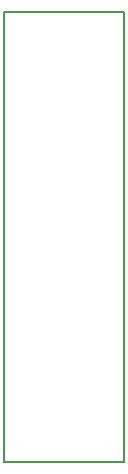
<source format=gbr>
G04 #@! TF.FileFunction,Profile,NP*
%FSLAX46Y46*%
G04 Gerber Fmt 4.6, Leading zero omitted, Abs format (unit mm)*
G04 Created by KiCad (PCBNEW 4.0.7) date 04/03/18 23:59:40*
%MOMM*%
%LPD*%
G01*
G04 APERTURE LIST*
%ADD10C,0.100000*%
%ADD11C,0.150000*%
G04 APERTURE END LIST*
D10*
D11*
X138430000Y-66040000D02*
X128270000Y-66040000D01*
X138430000Y-104140000D02*
X138430000Y-66040000D01*
X128270000Y-104140000D02*
X138430000Y-104140000D01*
X128270000Y-66040000D02*
X128270000Y-104140000D01*
M02*

</source>
